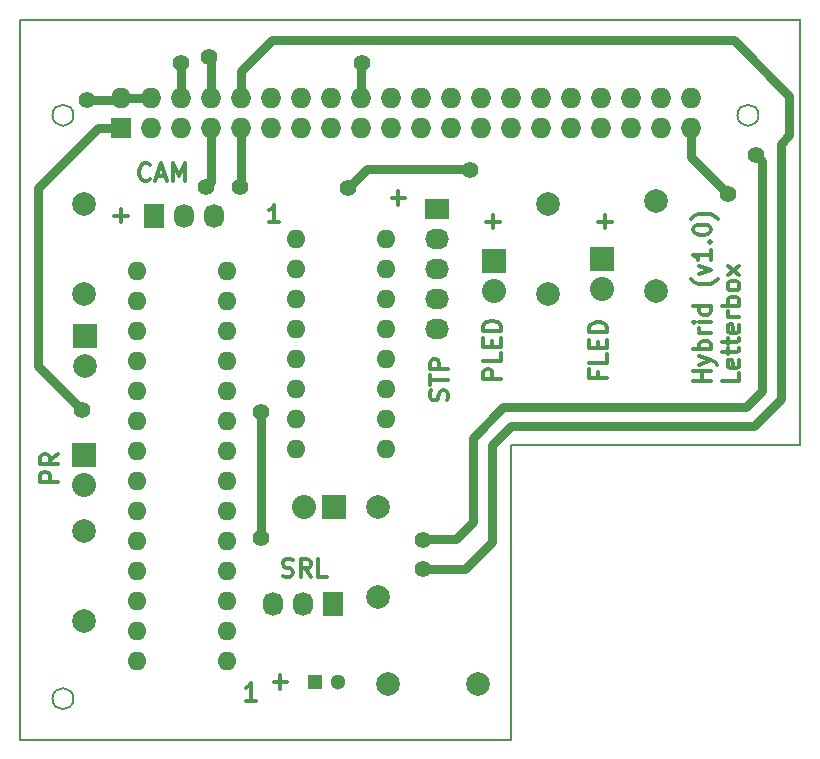
<source format=gbr>
G04 #@! TF.FileFunction,Copper,L1,Top,Signal*
%FSLAX46Y46*%
G04 Gerber Fmt 4.6, Leading zero omitted, Abs format (unit mm)*
G04 Created by KiCad (PCBNEW 4.0.1-stable) date 2016 March 16, Wednesday 12:51:50*
%MOMM*%
G01*
G04 APERTURE LIST*
%ADD10C,0.100000*%
%ADD11C,0.300000*%
%ADD12C,0.150000*%
%ADD13R,1.300000X1.300000*%
%ADD14C,1.300000*%
%ADD15O,1.600000X1.600000*%
%ADD16R,1.727200X2.032000*%
%ADD17O,1.727200X2.032000*%
%ADD18R,1.727200X1.727200*%
%ADD19O,1.727200X1.727200*%
%ADD20R,2.032000X2.032000*%
%ADD21O,2.032000X2.032000*%
%ADD22R,2.032000X1.727200*%
%ADD23O,2.032000X1.727200*%
%ADD24R,2.000000X2.000000*%
%ADD25C,2.000000*%
%ADD26C,1.998980*%
%ADD27C,1.400000*%
%ADD28C,0.800000*%
G04 APERTURE END LIST*
D10*
D11*
X146428572Y-154607143D02*
X147571429Y-154607143D01*
X147000000Y-155178571D02*
X147000000Y-154035714D01*
X144928572Y-156178571D02*
X144071429Y-156178571D01*
X144500001Y-156178571D02*
X144500001Y-154678571D01*
X144357144Y-154892857D01*
X144214286Y-155035714D01*
X144071429Y-155107143D01*
X146928572Y-115678571D02*
X146071429Y-115678571D01*
X146500001Y-115678571D02*
X146500001Y-114178571D01*
X146357144Y-114392857D01*
X146214286Y-114535714D01*
X146071429Y-114607143D01*
X183478571Y-129142857D02*
X181978571Y-129142857D01*
X182692857Y-129142857D02*
X182692857Y-128285714D01*
X183478571Y-128285714D02*
X181978571Y-128285714D01*
X182478571Y-127714285D02*
X183478571Y-127357142D01*
X182478571Y-127000000D02*
X183478571Y-127357142D01*
X183835714Y-127500000D01*
X183907143Y-127571428D01*
X183978571Y-127714285D01*
X183478571Y-126428571D02*
X181978571Y-126428571D01*
X182550000Y-126428571D02*
X182478571Y-126285714D01*
X182478571Y-126000000D01*
X182550000Y-125857143D01*
X182621429Y-125785714D01*
X182764286Y-125714285D01*
X183192857Y-125714285D01*
X183335714Y-125785714D01*
X183407143Y-125857143D01*
X183478571Y-126000000D01*
X183478571Y-126285714D01*
X183407143Y-126428571D01*
X183478571Y-125071428D02*
X182478571Y-125071428D01*
X182764286Y-125071428D02*
X182621429Y-125000000D01*
X182550000Y-124928571D01*
X182478571Y-124785714D01*
X182478571Y-124642857D01*
X183478571Y-124142857D02*
X182478571Y-124142857D01*
X181978571Y-124142857D02*
X182050000Y-124214286D01*
X182121429Y-124142857D01*
X182050000Y-124071429D01*
X181978571Y-124142857D01*
X182121429Y-124142857D01*
X183478571Y-122785714D02*
X181978571Y-122785714D01*
X183407143Y-122785714D02*
X183478571Y-122928571D01*
X183478571Y-123214285D01*
X183407143Y-123357143D01*
X183335714Y-123428571D01*
X183192857Y-123500000D01*
X182764286Y-123500000D01*
X182621429Y-123428571D01*
X182550000Y-123357143D01*
X182478571Y-123214285D01*
X182478571Y-122928571D01*
X182550000Y-122785714D01*
X184050000Y-120500000D02*
X183978571Y-120571428D01*
X183764286Y-120714285D01*
X183621429Y-120785714D01*
X183407143Y-120857143D01*
X183050000Y-120928571D01*
X182764286Y-120928571D01*
X182407143Y-120857143D01*
X182192857Y-120785714D01*
X182050000Y-120714285D01*
X181835714Y-120571428D01*
X181764286Y-120500000D01*
X182478571Y-120071428D02*
X183478571Y-119714285D01*
X182478571Y-119357143D01*
X183478571Y-118000000D02*
X183478571Y-118857143D01*
X183478571Y-118428571D02*
X181978571Y-118428571D01*
X182192857Y-118571428D01*
X182335714Y-118714286D01*
X182407143Y-118857143D01*
X183335714Y-117357143D02*
X183407143Y-117285715D01*
X183478571Y-117357143D01*
X183407143Y-117428572D01*
X183335714Y-117357143D01*
X183478571Y-117357143D01*
X181978571Y-116357143D02*
X181978571Y-116214286D01*
X182050000Y-116071429D01*
X182121429Y-116000000D01*
X182264286Y-115928571D01*
X182550000Y-115857143D01*
X182907143Y-115857143D01*
X183192857Y-115928571D01*
X183335714Y-116000000D01*
X183407143Y-116071429D01*
X183478571Y-116214286D01*
X183478571Y-116357143D01*
X183407143Y-116500000D01*
X183335714Y-116571429D01*
X183192857Y-116642857D01*
X182907143Y-116714286D01*
X182550000Y-116714286D01*
X182264286Y-116642857D01*
X182121429Y-116571429D01*
X182050000Y-116500000D01*
X181978571Y-116357143D01*
X184050000Y-115357143D02*
X183978571Y-115285715D01*
X183764286Y-115142858D01*
X183621429Y-115071429D01*
X183407143Y-115000000D01*
X183050000Y-114928572D01*
X182764286Y-114928572D01*
X182407143Y-115000000D01*
X182192857Y-115071429D01*
X182050000Y-115142858D01*
X181835714Y-115285715D01*
X181764286Y-115357143D01*
X185878571Y-128428571D02*
X185878571Y-129142857D01*
X184378571Y-129142857D01*
X185807143Y-127357143D02*
X185878571Y-127500000D01*
X185878571Y-127785714D01*
X185807143Y-127928571D01*
X185664286Y-128000000D01*
X185092857Y-128000000D01*
X184950000Y-127928571D01*
X184878571Y-127785714D01*
X184878571Y-127500000D01*
X184950000Y-127357143D01*
X185092857Y-127285714D01*
X185235714Y-127285714D01*
X185378571Y-128000000D01*
X184878571Y-126857143D02*
X184878571Y-126285714D01*
X184378571Y-126642857D02*
X185664286Y-126642857D01*
X185807143Y-126571429D01*
X185878571Y-126428571D01*
X185878571Y-126285714D01*
X184878571Y-126000000D02*
X184878571Y-125428571D01*
X184378571Y-125785714D02*
X185664286Y-125785714D01*
X185807143Y-125714286D01*
X185878571Y-125571428D01*
X185878571Y-125428571D01*
X185807143Y-124357143D02*
X185878571Y-124500000D01*
X185878571Y-124785714D01*
X185807143Y-124928571D01*
X185664286Y-125000000D01*
X185092857Y-125000000D01*
X184950000Y-124928571D01*
X184878571Y-124785714D01*
X184878571Y-124500000D01*
X184950000Y-124357143D01*
X185092857Y-124285714D01*
X185235714Y-124285714D01*
X185378571Y-125000000D01*
X185878571Y-123642857D02*
X184878571Y-123642857D01*
X185164286Y-123642857D02*
X185021429Y-123571429D01*
X184950000Y-123500000D01*
X184878571Y-123357143D01*
X184878571Y-123214286D01*
X185878571Y-122714286D02*
X184378571Y-122714286D01*
X184950000Y-122714286D02*
X184878571Y-122571429D01*
X184878571Y-122285715D01*
X184950000Y-122142858D01*
X185021429Y-122071429D01*
X185164286Y-122000000D01*
X185592857Y-122000000D01*
X185735714Y-122071429D01*
X185807143Y-122142858D01*
X185878571Y-122285715D01*
X185878571Y-122571429D01*
X185807143Y-122714286D01*
X185878571Y-121142857D02*
X185807143Y-121285715D01*
X185735714Y-121357143D01*
X185592857Y-121428572D01*
X185164286Y-121428572D01*
X185021429Y-121357143D01*
X184950000Y-121285715D01*
X184878571Y-121142857D01*
X184878571Y-120928572D01*
X184950000Y-120785715D01*
X185021429Y-120714286D01*
X185164286Y-120642857D01*
X185592857Y-120642857D01*
X185735714Y-120714286D01*
X185807143Y-120785715D01*
X185878571Y-120928572D01*
X185878571Y-121142857D01*
X185878571Y-120142857D02*
X184878571Y-119357143D01*
X184878571Y-120142857D02*
X185878571Y-119357143D01*
X164428572Y-115607143D02*
X165571429Y-115607143D01*
X165000000Y-116178571D02*
X165000000Y-115035714D01*
X173928572Y-115607143D02*
X175071429Y-115607143D01*
X174500000Y-116178571D02*
X174500000Y-115035714D01*
X132928572Y-115107143D02*
X134071429Y-115107143D01*
X133500000Y-115678571D02*
X133500000Y-114535714D01*
X156428572Y-113607143D02*
X157571429Y-113607143D01*
X157000000Y-114178571D02*
X157000000Y-113035714D01*
X161107143Y-130750000D02*
X161178571Y-130535714D01*
X161178571Y-130178571D01*
X161107143Y-130035714D01*
X161035714Y-129964285D01*
X160892857Y-129892857D01*
X160750000Y-129892857D01*
X160607143Y-129964285D01*
X160535714Y-130035714D01*
X160464286Y-130178571D01*
X160392857Y-130464285D01*
X160321429Y-130607143D01*
X160250000Y-130678571D01*
X160107143Y-130750000D01*
X159964286Y-130750000D01*
X159821429Y-130678571D01*
X159750000Y-130607143D01*
X159678571Y-130464285D01*
X159678571Y-130107143D01*
X159750000Y-129892857D01*
X159678571Y-129464286D02*
X159678571Y-128607143D01*
X161178571Y-129035714D02*
X159678571Y-129035714D01*
X161178571Y-128107143D02*
X159678571Y-128107143D01*
X159678571Y-127535715D01*
X159750000Y-127392857D01*
X159821429Y-127321429D01*
X159964286Y-127250000D01*
X160178571Y-127250000D01*
X160321429Y-127321429D01*
X160392857Y-127392857D01*
X160464286Y-127535715D01*
X160464286Y-128107143D01*
X147214286Y-145607143D02*
X147428572Y-145678571D01*
X147785715Y-145678571D01*
X147928572Y-145607143D01*
X148000001Y-145535714D01*
X148071429Y-145392857D01*
X148071429Y-145250000D01*
X148000001Y-145107143D01*
X147928572Y-145035714D01*
X147785715Y-144964286D01*
X147500001Y-144892857D01*
X147357143Y-144821429D01*
X147285715Y-144750000D01*
X147214286Y-144607143D01*
X147214286Y-144464286D01*
X147285715Y-144321429D01*
X147357143Y-144250000D01*
X147500001Y-144178571D01*
X147857143Y-144178571D01*
X148071429Y-144250000D01*
X149571429Y-145678571D02*
X149071429Y-144964286D01*
X148714286Y-145678571D02*
X148714286Y-144178571D01*
X149285714Y-144178571D01*
X149428572Y-144250000D01*
X149500000Y-144321429D01*
X149571429Y-144464286D01*
X149571429Y-144678571D01*
X149500000Y-144821429D01*
X149428572Y-144892857D01*
X149285714Y-144964286D01*
X148714286Y-144964286D01*
X150928572Y-145678571D02*
X150214286Y-145678571D01*
X150214286Y-144178571D01*
X173892857Y-128321428D02*
X173892857Y-128821428D01*
X174678571Y-128821428D02*
X173178571Y-128821428D01*
X173178571Y-128107142D01*
X174678571Y-126821428D02*
X174678571Y-127535714D01*
X173178571Y-127535714D01*
X173892857Y-126321428D02*
X173892857Y-125821428D01*
X174678571Y-125607142D02*
X174678571Y-126321428D01*
X173178571Y-126321428D01*
X173178571Y-125607142D01*
X174678571Y-124964285D02*
X173178571Y-124964285D01*
X173178571Y-124607142D01*
X173250000Y-124392857D01*
X173392857Y-124249999D01*
X173535714Y-124178571D01*
X173821429Y-124107142D01*
X174035714Y-124107142D01*
X174321429Y-124178571D01*
X174464286Y-124249999D01*
X174607143Y-124392857D01*
X174678571Y-124607142D01*
X174678571Y-124964285D01*
X165678571Y-128928571D02*
X164178571Y-128928571D01*
X164178571Y-128357143D01*
X164250000Y-128214285D01*
X164321429Y-128142857D01*
X164464286Y-128071428D01*
X164678571Y-128071428D01*
X164821429Y-128142857D01*
X164892857Y-128214285D01*
X164964286Y-128357143D01*
X164964286Y-128928571D01*
X165678571Y-126714285D02*
X165678571Y-127428571D01*
X164178571Y-127428571D01*
X164892857Y-126214285D02*
X164892857Y-125714285D01*
X165678571Y-125499999D02*
X165678571Y-126214285D01*
X164178571Y-126214285D01*
X164178571Y-125499999D01*
X165678571Y-124857142D02*
X164178571Y-124857142D01*
X164178571Y-124499999D01*
X164250000Y-124285714D01*
X164392857Y-124142856D01*
X164535714Y-124071428D01*
X164821429Y-123999999D01*
X165035714Y-123999999D01*
X165321429Y-124071428D01*
X165464286Y-124142856D01*
X165607143Y-124285714D01*
X165678571Y-124499999D01*
X165678571Y-124857142D01*
X135964286Y-112035714D02*
X135892857Y-112107143D01*
X135678571Y-112178571D01*
X135535714Y-112178571D01*
X135321429Y-112107143D01*
X135178571Y-111964286D01*
X135107143Y-111821429D01*
X135035714Y-111535714D01*
X135035714Y-111321429D01*
X135107143Y-111035714D01*
X135178571Y-110892857D01*
X135321429Y-110750000D01*
X135535714Y-110678571D01*
X135678571Y-110678571D01*
X135892857Y-110750000D01*
X135964286Y-110821429D01*
X136535714Y-111750000D02*
X137250000Y-111750000D01*
X136392857Y-112178571D02*
X136892857Y-110678571D01*
X137392857Y-112178571D01*
X137892857Y-112178571D02*
X137892857Y-110678571D01*
X138392857Y-111750000D01*
X138892857Y-110678571D01*
X138892857Y-112178571D01*
X128178571Y-137642857D02*
X126678571Y-137642857D01*
X126678571Y-137071429D01*
X126750000Y-136928571D01*
X126821429Y-136857143D01*
X126964286Y-136785714D01*
X127178571Y-136785714D01*
X127321429Y-136857143D01*
X127392857Y-136928571D01*
X127464286Y-137071429D01*
X127464286Y-137642857D01*
X128178571Y-135285714D02*
X127464286Y-135785714D01*
X128178571Y-136142857D02*
X126678571Y-136142857D01*
X126678571Y-135571429D01*
X126750000Y-135428571D01*
X126821429Y-135357143D01*
X126964286Y-135285714D01*
X127178571Y-135285714D01*
X127321429Y-135357143D01*
X127392857Y-135428571D01*
X127464286Y-135571429D01*
X127464286Y-136142857D01*
D12*
X125000000Y-98500000D02*
X125000000Y-103000000D01*
X191000000Y-98500000D02*
X125000000Y-98500000D01*
X191000000Y-103050000D02*
X191000000Y-98450000D01*
X129494427Y-106600000D02*
G75*
G03X129494427Y-106600000I-894427J0D01*
G01*
X187494427Y-106600000D02*
G75*
G03X187494427Y-106600000I-894427J0D01*
G01*
X129494427Y-156000000D02*
G75*
G03X129494427Y-156000000I-894427J0D01*
G01*
X166500000Y-159500000D02*
X125000000Y-159500000D01*
X191000000Y-134500000D02*
X191000000Y-103000000D01*
X166500000Y-134500000D02*
X191000000Y-134500000D01*
X166500000Y-159500000D02*
X166500000Y-134500000D01*
X125000000Y-103000000D02*
X125000000Y-159500000D01*
D13*
X149900000Y-154600000D03*
D14*
X151900000Y-154600000D03*
D15*
X142500000Y-152800000D03*
X142500000Y-150260000D03*
X142500000Y-147720000D03*
X142500000Y-145180000D03*
X142500000Y-142640000D03*
X142500000Y-140100000D03*
X142500000Y-137560000D03*
X142500000Y-135020000D03*
X142500000Y-132480000D03*
X142500000Y-129940000D03*
X142500000Y-127400000D03*
X142500000Y-124860000D03*
X142500000Y-122320000D03*
X142500000Y-119780000D03*
X134880000Y-119780000D03*
X134880000Y-122320000D03*
X134880000Y-124860000D03*
X134880000Y-127400000D03*
X134880000Y-129940000D03*
X134880000Y-132480000D03*
X134880000Y-135020000D03*
X134880000Y-137560000D03*
X134880000Y-140100000D03*
X134880000Y-142640000D03*
X134880000Y-145180000D03*
X134880000Y-147720000D03*
X134880000Y-150260000D03*
X134880000Y-152800000D03*
D16*
X151500000Y-147950000D03*
D17*
X148960000Y-147950000D03*
X146420000Y-147950000D03*
D18*
X133500000Y-107700000D03*
D19*
X133500000Y-105160000D03*
X136040000Y-107700000D03*
X136040000Y-105160000D03*
X138580000Y-107700000D03*
X138580000Y-105160000D03*
X141120000Y-107700000D03*
X141120000Y-105160000D03*
X143660000Y-107700000D03*
X143660000Y-105160000D03*
X146200000Y-107700000D03*
X146200000Y-105160000D03*
X148740000Y-107700000D03*
X148740000Y-105160000D03*
X151280000Y-107700000D03*
X151280000Y-105160000D03*
X153820000Y-107700000D03*
X153820000Y-105160000D03*
X156360000Y-107700000D03*
X156360000Y-105160000D03*
X158900000Y-107700000D03*
X158900000Y-105160000D03*
X161440000Y-107700000D03*
X161440000Y-105160000D03*
X163980000Y-107700000D03*
X163980000Y-105160000D03*
X166520000Y-107700000D03*
X166520000Y-105160000D03*
X169060000Y-107700000D03*
X169060000Y-105160000D03*
X171600000Y-107700000D03*
X171600000Y-105160000D03*
X174140000Y-107700000D03*
X174140000Y-105160000D03*
X176680000Y-107700000D03*
X176680000Y-105160000D03*
X179220000Y-107700000D03*
X179220000Y-105160000D03*
X181760000Y-107700000D03*
X181760000Y-105160000D03*
D20*
X151550000Y-139750000D03*
D21*
X149010000Y-139750000D03*
D16*
X136300000Y-115150000D03*
D17*
X138840000Y-115150000D03*
X141380000Y-115150000D03*
D22*
X160250000Y-114500000D03*
D23*
X160250000Y-117040000D03*
X160250000Y-119580000D03*
X160250000Y-122120000D03*
X160250000Y-124660000D03*
D20*
X165100000Y-118950000D03*
D21*
X165100000Y-121490000D03*
D20*
X174250000Y-118750000D03*
D21*
X174250000Y-121290000D03*
D15*
X148350000Y-117100000D03*
X148350000Y-119640000D03*
X148350000Y-122180000D03*
X148350000Y-124720000D03*
X148350000Y-127260000D03*
X148350000Y-129800000D03*
X148350000Y-132340000D03*
X148350000Y-134880000D03*
X155970000Y-134880000D03*
X155970000Y-132340000D03*
X155970000Y-129800000D03*
X155970000Y-127260000D03*
X155970000Y-124720000D03*
X155970000Y-122180000D03*
X155970000Y-119640000D03*
X155970000Y-117100000D03*
D24*
X130500000Y-125300000D03*
D25*
X130500000Y-127840000D03*
D20*
X130350000Y-135400000D03*
D21*
X130350000Y-137940000D03*
D26*
X130400000Y-114100000D03*
X130400000Y-121720000D03*
X163750000Y-154750000D03*
X156130000Y-154750000D03*
X155250000Y-147400000D03*
X155250000Y-139780000D03*
X130350000Y-149450000D03*
X130350000Y-141830000D03*
X169650000Y-114150000D03*
X169650000Y-121770000D03*
X178800000Y-113850000D03*
X178800000Y-121470000D03*
D27*
X159050000Y-145050000D03*
X141000000Y-101650000D03*
X187300000Y-109950000D03*
X159050000Y-142600000D03*
X130200000Y-131550000D03*
X184900000Y-113250000D03*
X138600000Y-102200000D03*
X143550000Y-112700000D03*
X145400000Y-131700000D03*
X145400000Y-142400000D03*
X130600000Y-105300000D03*
X140700000Y-112700000D03*
X152700000Y-112800000D03*
X163050000Y-111200000D03*
X153900000Y-102200000D03*
D28*
X189400000Y-111550000D02*
X189400000Y-109000000D01*
X143660000Y-102890000D02*
X143660000Y-105160000D01*
X146300000Y-100250000D02*
X143660000Y-102890000D01*
X185400000Y-100250000D02*
X146300000Y-100250000D01*
X190100000Y-104950000D02*
X185400000Y-100250000D01*
X190100000Y-108300000D02*
X190100000Y-104950000D01*
X189400000Y-109000000D02*
X190100000Y-108300000D01*
X189400000Y-130650000D02*
X189400000Y-111550000D01*
X189400000Y-111550000D02*
X189400000Y-111500000D01*
X187150000Y-132900000D02*
X189400000Y-130650000D01*
X166550000Y-132900000D02*
X187150000Y-132900000D01*
X164950000Y-134500000D02*
X166550000Y-132900000D01*
X164950000Y-142700000D02*
X164950000Y-134500000D01*
X162650000Y-145000000D02*
X164950000Y-142700000D01*
X159100000Y-145000000D02*
X162650000Y-145000000D01*
X159050000Y-145050000D02*
X159100000Y-145000000D01*
X187799998Y-112150000D02*
X187799998Y-110449998D01*
X141120000Y-101770000D02*
X141120000Y-105160000D01*
X141000000Y-101650000D02*
X141120000Y-101770000D01*
X187799998Y-110449998D02*
X187300000Y-109950000D01*
X187799998Y-129950000D02*
X187799998Y-112150000D01*
X187799998Y-112150000D02*
X187799998Y-111950000D01*
X186450000Y-131299998D02*
X187799998Y-129950000D01*
X165887258Y-131299998D02*
X186450000Y-131299998D01*
X163300000Y-133887256D02*
X165887258Y-131299998D01*
X163300000Y-141050000D02*
X163300000Y-133887256D01*
X161850000Y-142500000D02*
X163300000Y-141050000D01*
X159150000Y-142500000D02*
X161850000Y-142500000D01*
X159050000Y-142600000D02*
X159150000Y-142500000D01*
X133500000Y-107700000D02*
X131600000Y-107700000D01*
X126500000Y-127850000D02*
X130200000Y-131550000D01*
X126500000Y-112800000D02*
X126500000Y-127850000D01*
X131600000Y-107700000D02*
X126500000Y-112800000D01*
X154100000Y-107980000D02*
X153820000Y-107700000D01*
X181760000Y-107700000D02*
X181760000Y-110110000D01*
X181760000Y-110110000D02*
X184900000Y-113250000D01*
X138580000Y-102220000D02*
X138580000Y-105160000D01*
X138600000Y-102200000D02*
X138580000Y-102220000D01*
X143660000Y-107700000D02*
X143660000Y-112590000D01*
X143660000Y-112590000D02*
X143550000Y-112700000D01*
X145400000Y-142400000D02*
X145400000Y-131700000D01*
X136040000Y-105160000D02*
X133500000Y-105160000D01*
X133500000Y-105160000D02*
X133360000Y-105300000D01*
X133360000Y-105300000D02*
X130600000Y-105300000D01*
X140700000Y-112700000D02*
X141120000Y-112280000D01*
X141120000Y-112280000D02*
X141120000Y-107700000D01*
X153820000Y-105160000D02*
X153820000Y-102280000D01*
X154350000Y-111150000D02*
X152700000Y-112800000D01*
X163000000Y-111150000D02*
X154350000Y-111150000D01*
X163050000Y-111200000D02*
X163000000Y-111150000D01*
X153820000Y-102280000D02*
X153900000Y-102200000D01*
M02*

</source>
